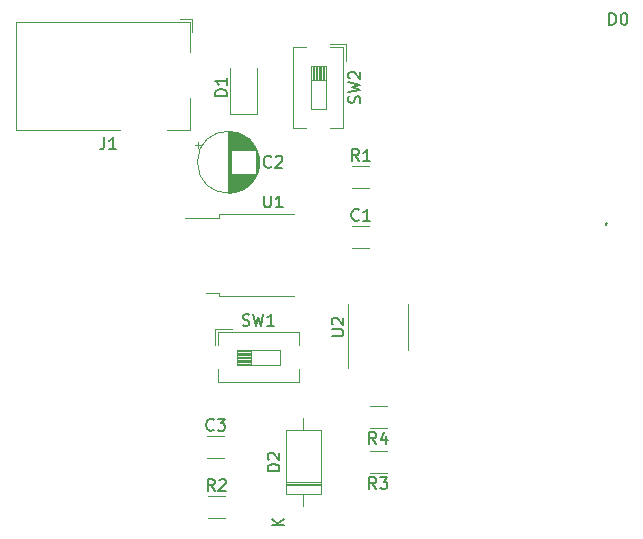
<source format=gbr>
%TF.GenerationSoftware,KiCad,Pcbnew,7.0.10*%
%TF.CreationDate,2024-05-14T13:40:59-04:00*%
%TF.ProjectId,Power PCB,506f7765-7220-4504-9342-2e6b69636164,rev?*%
%TF.SameCoordinates,Original*%
%TF.FileFunction,Legend,Top*%
%TF.FilePolarity,Positive*%
%FSLAX46Y46*%
G04 Gerber Fmt 4.6, Leading zero omitted, Abs format (unit mm)*
G04 Created by KiCad (PCBNEW 7.0.10) date 2024-05-14 13:40:59*
%MOMM*%
%LPD*%
G01*
G04 APERTURE LIST*
%ADD10C,0.150000*%
%ADD11C,0.120000*%
G04 APERTURE END LIST*
D10*
X142073333Y-102604819D02*
X141740000Y-102128628D01*
X141501905Y-102604819D02*
X141501905Y-101604819D01*
X141501905Y-101604819D02*
X141882857Y-101604819D01*
X141882857Y-101604819D02*
X141978095Y-101652438D01*
X141978095Y-101652438D02*
X142025714Y-101700057D01*
X142025714Y-101700057D02*
X142073333Y-101795295D01*
X142073333Y-101795295D02*
X142073333Y-101938152D01*
X142073333Y-101938152D02*
X142025714Y-102033390D01*
X142025714Y-102033390D02*
X141978095Y-102081009D01*
X141978095Y-102081009D02*
X141882857Y-102128628D01*
X141882857Y-102128628D02*
X141501905Y-102128628D01*
X142406667Y-101604819D02*
X143025714Y-101604819D01*
X143025714Y-101604819D02*
X142692381Y-101985771D01*
X142692381Y-101985771D02*
X142835238Y-101985771D01*
X142835238Y-101985771D02*
X142930476Y-102033390D01*
X142930476Y-102033390D02*
X142978095Y-102081009D01*
X142978095Y-102081009D02*
X143025714Y-102176247D01*
X143025714Y-102176247D02*
X143025714Y-102414342D01*
X143025714Y-102414342D02*
X142978095Y-102509580D01*
X142978095Y-102509580D02*
X142930476Y-102557200D01*
X142930476Y-102557200D02*
X142835238Y-102604819D01*
X142835238Y-102604819D02*
X142549524Y-102604819D01*
X142549524Y-102604819D02*
X142454286Y-102557200D01*
X142454286Y-102557200D02*
X142406667Y-102509580D01*
X161544000Y-80115580D02*
X161591619Y-80163200D01*
X161591619Y-80163200D02*
X161544000Y-80210819D01*
X161544000Y-80210819D02*
X161496381Y-80163200D01*
X161496381Y-80163200D02*
X161544000Y-80115580D01*
X161544000Y-80115580D02*
X161544000Y-80210819D01*
X161821905Y-63319819D02*
X161821905Y-62319819D01*
X161821905Y-62319819D02*
X162060000Y-62319819D01*
X162060000Y-62319819D02*
X162202857Y-62367438D01*
X162202857Y-62367438D02*
X162298095Y-62462676D01*
X162298095Y-62462676D02*
X162345714Y-62557914D01*
X162345714Y-62557914D02*
X162393333Y-62748390D01*
X162393333Y-62748390D02*
X162393333Y-62891247D01*
X162393333Y-62891247D02*
X162345714Y-63081723D01*
X162345714Y-63081723D02*
X162298095Y-63176961D01*
X162298095Y-63176961D02*
X162202857Y-63272200D01*
X162202857Y-63272200D02*
X162060000Y-63319819D01*
X162060000Y-63319819D02*
X161821905Y-63319819D01*
X163012381Y-62319819D02*
X163107619Y-62319819D01*
X163107619Y-62319819D02*
X163202857Y-62367438D01*
X163202857Y-62367438D02*
X163250476Y-62415057D01*
X163250476Y-62415057D02*
X163298095Y-62510295D01*
X163298095Y-62510295D02*
X163345714Y-62700771D01*
X163345714Y-62700771D02*
X163345714Y-62938866D01*
X163345714Y-62938866D02*
X163298095Y-63129342D01*
X163298095Y-63129342D02*
X163250476Y-63224580D01*
X163250476Y-63224580D02*
X163202857Y-63272200D01*
X163202857Y-63272200D02*
X163107619Y-63319819D01*
X163107619Y-63319819D02*
X163012381Y-63319819D01*
X163012381Y-63319819D02*
X162917143Y-63272200D01*
X162917143Y-63272200D02*
X162869524Y-63224580D01*
X162869524Y-63224580D02*
X162821905Y-63129342D01*
X162821905Y-63129342D02*
X162774286Y-62938866D01*
X162774286Y-62938866D02*
X162774286Y-62700771D01*
X162774286Y-62700771D02*
X162821905Y-62510295D01*
X162821905Y-62510295D02*
X162869524Y-62415057D01*
X162869524Y-62415057D02*
X162917143Y-62367438D01*
X162917143Y-62367438D02*
X163012381Y-62319819D01*
X142073333Y-98794819D02*
X141740000Y-98318628D01*
X141501905Y-98794819D02*
X141501905Y-97794819D01*
X141501905Y-97794819D02*
X141882857Y-97794819D01*
X141882857Y-97794819D02*
X141978095Y-97842438D01*
X141978095Y-97842438D02*
X142025714Y-97890057D01*
X142025714Y-97890057D02*
X142073333Y-97985295D01*
X142073333Y-97985295D02*
X142073333Y-98128152D01*
X142073333Y-98128152D02*
X142025714Y-98223390D01*
X142025714Y-98223390D02*
X141978095Y-98271009D01*
X141978095Y-98271009D02*
X141882857Y-98318628D01*
X141882857Y-98318628D02*
X141501905Y-98318628D01*
X142930476Y-98128152D02*
X142930476Y-98794819D01*
X142692381Y-97747200D02*
X142454286Y-98461485D01*
X142454286Y-98461485D02*
X143073333Y-98461485D01*
X130756667Y-88737200D02*
X130899524Y-88784819D01*
X130899524Y-88784819D02*
X131137619Y-88784819D01*
X131137619Y-88784819D02*
X131232857Y-88737200D01*
X131232857Y-88737200D02*
X131280476Y-88689580D01*
X131280476Y-88689580D02*
X131328095Y-88594342D01*
X131328095Y-88594342D02*
X131328095Y-88499104D01*
X131328095Y-88499104D02*
X131280476Y-88403866D01*
X131280476Y-88403866D02*
X131232857Y-88356247D01*
X131232857Y-88356247D02*
X131137619Y-88308628D01*
X131137619Y-88308628D02*
X130947143Y-88261009D01*
X130947143Y-88261009D02*
X130851905Y-88213390D01*
X130851905Y-88213390D02*
X130804286Y-88165771D01*
X130804286Y-88165771D02*
X130756667Y-88070533D01*
X130756667Y-88070533D02*
X130756667Y-87975295D01*
X130756667Y-87975295D02*
X130804286Y-87880057D01*
X130804286Y-87880057D02*
X130851905Y-87832438D01*
X130851905Y-87832438D02*
X130947143Y-87784819D01*
X130947143Y-87784819D02*
X131185238Y-87784819D01*
X131185238Y-87784819D02*
X131328095Y-87832438D01*
X131661429Y-87784819D02*
X131899524Y-88784819D01*
X131899524Y-88784819D02*
X132090000Y-88070533D01*
X132090000Y-88070533D02*
X132280476Y-88784819D01*
X132280476Y-88784819D02*
X132518572Y-87784819D01*
X133423333Y-88784819D02*
X132851905Y-88784819D01*
X133137619Y-88784819D02*
X133137619Y-87784819D01*
X133137619Y-87784819D02*
X133042381Y-87927676D01*
X133042381Y-87927676D02*
X132947143Y-88022914D01*
X132947143Y-88022914D02*
X132851905Y-88070533D01*
X132588095Y-77759819D02*
X132588095Y-78569342D01*
X132588095Y-78569342D02*
X132635714Y-78664580D01*
X132635714Y-78664580D02*
X132683333Y-78712200D01*
X132683333Y-78712200D02*
X132778571Y-78759819D01*
X132778571Y-78759819D02*
X132969047Y-78759819D01*
X132969047Y-78759819D02*
X133064285Y-78712200D01*
X133064285Y-78712200D02*
X133111904Y-78664580D01*
X133111904Y-78664580D02*
X133159523Y-78569342D01*
X133159523Y-78569342D02*
X133159523Y-77759819D01*
X134159523Y-78759819D02*
X133588095Y-78759819D01*
X133873809Y-78759819D02*
X133873809Y-77759819D01*
X133873809Y-77759819D02*
X133778571Y-77902676D01*
X133778571Y-77902676D02*
X133683333Y-77997914D01*
X133683333Y-77997914D02*
X133588095Y-78045533D01*
X138294819Y-89661904D02*
X139104342Y-89661904D01*
X139104342Y-89661904D02*
X139199580Y-89614285D01*
X139199580Y-89614285D02*
X139247200Y-89566666D01*
X139247200Y-89566666D02*
X139294819Y-89471428D01*
X139294819Y-89471428D02*
X139294819Y-89280952D01*
X139294819Y-89280952D02*
X139247200Y-89185714D01*
X139247200Y-89185714D02*
X139199580Y-89138095D01*
X139199580Y-89138095D02*
X139104342Y-89090476D01*
X139104342Y-89090476D02*
X138294819Y-89090476D01*
X138390057Y-88661904D02*
X138342438Y-88614285D01*
X138342438Y-88614285D02*
X138294819Y-88519047D01*
X138294819Y-88519047D02*
X138294819Y-88280952D01*
X138294819Y-88280952D02*
X138342438Y-88185714D01*
X138342438Y-88185714D02*
X138390057Y-88138095D01*
X138390057Y-88138095D02*
X138485295Y-88090476D01*
X138485295Y-88090476D02*
X138580533Y-88090476D01*
X138580533Y-88090476D02*
X138723390Y-88138095D01*
X138723390Y-88138095D02*
X139294819Y-88709523D01*
X139294819Y-88709523D02*
X139294819Y-88090476D01*
X140598333Y-79789580D02*
X140550714Y-79837200D01*
X140550714Y-79837200D02*
X140407857Y-79884819D01*
X140407857Y-79884819D02*
X140312619Y-79884819D01*
X140312619Y-79884819D02*
X140169762Y-79837200D01*
X140169762Y-79837200D02*
X140074524Y-79741961D01*
X140074524Y-79741961D02*
X140026905Y-79646723D01*
X140026905Y-79646723D02*
X139979286Y-79456247D01*
X139979286Y-79456247D02*
X139979286Y-79313390D01*
X139979286Y-79313390D02*
X140026905Y-79122914D01*
X140026905Y-79122914D02*
X140074524Y-79027676D01*
X140074524Y-79027676D02*
X140169762Y-78932438D01*
X140169762Y-78932438D02*
X140312619Y-78884819D01*
X140312619Y-78884819D02*
X140407857Y-78884819D01*
X140407857Y-78884819D02*
X140550714Y-78932438D01*
X140550714Y-78932438D02*
X140598333Y-78980057D01*
X141550714Y-79884819D02*
X140979286Y-79884819D01*
X141265000Y-79884819D02*
X141265000Y-78884819D01*
X141265000Y-78884819D02*
X141169762Y-79027676D01*
X141169762Y-79027676D02*
X141074524Y-79122914D01*
X141074524Y-79122914D02*
X140979286Y-79170533D01*
X128308333Y-97569580D02*
X128260714Y-97617200D01*
X128260714Y-97617200D02*
X128117857Y-97664819D01*
X128117857Y-97664819D02*
X128022619Y-97664819D01*
X128022619Y-97664819D02*
X127879762Y-97617200D01*
X127879762Y-97617200D02*
X127784524Y-97521961D01*
X127784524Y-97521961D02*
X127736905Y-97426723D01*
X127736905Y-97426723D02*
X127689286Y-97236247D01*
X127689286Y-97236247D02*
X127689286Y-97093390D01*
X127689286Y-97093390D02*
X127736905Y-96902914D01*
X127736905Y-96902914D02*
X127784524Y-96807676D01*
X127784524Y-96807676D02*
X127879762Y-96712438D01*
X127879762Y-96712438D02*
X128022619Y-96664819D01*
X128022619Y-96664819D02*
X128117857Y-96664819D01*
X128117857Y-96664819D02*
X128260714Y-96712438D01*
X128260714Y-96712438D02*
X128308333Y-96760057D01*
X128641667Y-96664819D02*
X129260714Y-96664819D01*
X129260714Y-96664819D02*
X128927381Y-97045771D01*
X128927381Y-97045771D02*
X129070238Y-97045771D01*
X129070238Y-97045771D02*
X129165476Y-97093390D01*
X129165476Y-97093390D02*
X129213095Y-97141009D01*
X129213095Y-97141009D02*
X129260714Y-97236247D01*
X129260714Y-97236247D02*
X129260714Y-97474342D01*
X129260714Y-97474342D02*
X129213095Y-97569580D01*
X129213095Y-97569580D02*
X129165476Y-97617200D01*
X129165476Y-97617200D02*
X129070238Y-97664819D01*
X129070238Y-97664819D02*
X128784524Y-97664819D01*
X128784524Y-97664819D02*
X128689286Y-97617200D01*
X128689286Y-97617200D02*
X128641667Y-97569580D01*
X129444819Y-69318094D02*
X128444819Y-69318094D01*
X128444819Y-69318094D02*
X128444819Y-69079999D01*
X128444819Y-69079999D02*
X128492438Y-68937142D01*
X128492438Y-68937142D02*
X128587676Y-68841904D01*
X128587676Y-68841904D02*
X128682914Y-68794285D01*
X128682914Y-68794285D02*
X128873390Y-68746666D01*
X128873390Y-68746666D02*
X129016247Y-68746666D01*
X129016247Y-68746666D02*
X129206723Y-68794285D01*
X129206723Y-68794285D02*
X129301961Y-68841904D01*
X129301961Y-68841904D02*
X129397200Y-68937142D01*
X129397200Y-68937142D02*
X129444819Y-69079999D01*
X129444819Y-69079999D02*
X129444819Y-69318094D01*
X129444819Y-67794285D02*
X129444819Y-68365713D01*
X129444819Y-68079999D02*
X128444819Y-68079999D01*
X128444819Y-68079999D02*
X128587676Y-68175237D01*
X128587676Y-68175237D02*
X128682914Y-68270475D01*
X128682914Y-68270475D02*
X128730533Y-68365713D01*
X119046666Y-72827319D02*
X119046666Y-73541604D01*
X119046666Y-73541604D02*
X118999047Y-73684461D01*
X118999047Y-73684461D02*
X118903809Y-73779700D01*
X118903809Y-73779700D02*
X118760952Y-73827319D01*
X118760952Y-73827319D02*
X118665714Y-73827319D01*
X120046666Y-73827319D02*
X119475238Y-73827319D01*
X119760952Y-73827319D02*
X119760952Y-72827319D01*
X119760952Y-72827319D02*
X119665714Y-72970176D01*
X119665714Y-72970176D02*
X119570476Y-73065414D01*
X119570476Y-73065414D02*
X119475238Y-73113033D01*
X140677200Y-69923332D02*
X140724819Y-69780475D01*
X140724819Y-69780475D02*
X140724819Y-69542380D01*
X140724819Y-69542380D02*
X140677200Y-69447142D01*
X140677200Y-69447142D02*
X140629580Y-69399523D01*
X140629580Y-69399523D02*
X140534342Y-69351904D01*
X140534342Y-69351904D02*
X140439104Y-69351904D01*
X140439104Y-69351904D02*
X140343866Y-69399523D01*
X140343866Y-69399523D02*
X140296247Y-69447142D01*
X140296247Y-69447142D02*
X140248628Y-69542380D01*
X140248628Y-69542380D02*
X140201009Y-69732856D01*
X140201009Y-69732856D02*
X140153390Y-69828094D01*
X140153390Y-69828094D02*
X140105771Y-69875713D01*
X140105771Y-69875713D02*
X140010533Y-69923332D01*
X140010533Y-69923332D02*
X139915295Y-69923332D01*
X139915295Y-69923332D02*
X139820057Y-69875713D01*
X139820057Y-69875713D02*
X139772438Y-69828094D01*
X139772438Y-69828094D02*
X139724819Y-69732856D01*
X139724819Y-69732856D02*
X139724819Y-69494761D01*
X139724819Y-69494761D02*
X139772438Y-69351904D01*
X139724819Y-69018570D02*
X140724819Y-68780475D01*
X140724819Y-68780475D02*
X140010533Y-68589999D01*
X140010533Y-68589999D02*
X140724819Y-68399523D01*
X140724819Y-68399523D02*
X139724819Y-68161428D01*
X139820057Y-67828094D02*
X139772438Y-67780475D01*
X139772438Y-67780475D02*
X139724819Y-67685237D01*
X139724819Y-67685237D02*
X139724819Y-67447142D01*
X139724819Y-67447142D02*
X139772438Y-67351904D01*
X139772438Y-67351904D02*
X139820057Y-67304285D01*
X139820057Y-67304285D02*
X139915295Y-67256666D01*
X139915295Y-67256666D02*
X140010533Y-67256666D01*
X140010533Y-67256666D02*
X140153390Y-67304285D01*
X140153390Y-67304285D02*
X140724819Y-67875713D01*
X140724819Y-67875713D02*
X140724819Y-67256666D01*
X128383333Y-102774819D02*
X128050000Y-102298628D01*
X127811905Y-102774819D02*
X127811905Y-101774819D01*
X127811905Y-101774819D02*
X128192857Y-101774819D01*
X128192857Y-101774819D02*
X128288095Y-101822438D01*
X128288095Y-101822438D02*
X128335714Y-101870057D01*
X128335714Y-101870057D02*
X128383333Y-101965295D01*
X128383333Y-101965295D02*
X128383333Y-102108152D01*
X128383333Y-102108152D02*
X128335714Y-102203390D01*
X128335714Y-102203390D02*
X128288095Y-102251009D01*
X128288095Y-102251009D02*
X128192857Y-102298628D01*
X128192857Y-102298628D02*
X127811905Y-102298628D01*
X128764286Y-101870057D02*
X128811905Y-101822438D01*
X128811905Y-101822438D02*
X128907143Y-101774819D01*
X128907143Y-101774819D02*
X129145238Y-101774819D01*
X129145238Y-101774819D02*
X129240476Y-101822438D01*
X129240476Y-101822438D02*
X129288095Y-101870057D01*
X129288095Y-101870057D02*
X129335714Y-101965295D01*
X129335714Y-101965295D02*
X129335714Y-102060533D01*
X129335714Y-102060533D02*
X129288095Y-102203390D01*
X129288095Y-102203390D02*
X128716667Y-102774819D01*
X128716667Y-102774819D02*
X129335714Y-102774819D01*
X133183333Y-75289580D02*
X133135714Y-75337200D01*
X133135714Y-75337200D02*
X132992857Y-75384819D01*
X132992857Y-75384819D02*
X132897619Y-75384819D01*
X132897619Y-75384819D02*
X132754762Y-75337200D01*
X132754762Y-75337200D02*
X132659524Y-75241961D01*
X132659524Y-75241961D02*
X132611905Y-75146723D01*
X132611905Y-75146723D02*
X132564286Y-74956247D01*
X132564286Y-74956247D02*
X132564286Y-74813390D01*
X132564286Y-74813390D02*
X132611905Y-74622914D01*
X132611905Y-74622914D02*
X132659524Y-74527676D01*
X132659524Y-74527676D02*
X132754762Y-74432438D01*
X132754762Y-74432438D02*
X132897619Y-74384819D01*
X132897619Y-74384819D02*
X132992857Y-74384819D01*
X132992857Y-74384819D02*
X133135714Y-74432438D01*
X133135714Y-74432438D02*
X133183333Y-74480057D01*
X133564286Y-74480057D02*
X133611905Y-74432438D01*
X133611905Y-74432438D02*
X133707143Y-74384819D01*
X133707143Y-74384819D02*
X133945238Y-74384819D01*
X133945238Y-74384819D02*
X134040476Y-74432438D01*
X134040476Y-74432438D02*
X134088095Y-74480057D01*
X134088095Y-74480057D02*
X134135714Y-74575295D01*
X134135714Y-74575295D02*
X134135714Y-74670533D01*
X134135714Y-74670533D02*
X134088095Y-74813390D01*
X134088095Y-74813390D02*
X133516667Y-75384819D01*
X133516667Y-75384819D02*
X134135714Y-75384819D01*
X140610833Y-74834819D02*
X140277500Y-74358628D01*
X140039405Y-74834819D02*
X140039405Y-73834819D01*
X140039405Y-73834819D02*
X140420357Y-73834819D01*
X140420357Y-73834819D02*
X140515595Y-73882438D01*
X140515595Y-73882438D02*
X140563214Y-73930057D01*
X140563214Y-73930057D02*
X140610833Y-74025295D01*
X140610833Y-74025295D02*
X140610833Y-74168152D01*
X140610833Y-74168152D02*
X140563214Y-74263390D01*
X140563214Y-74263390D02*
X140515595Y-74311009D01*
X140515595Y-74311009D02*
X140420357Y-74358628D01*
X140420357Y-74358628D02*
X140039405Y-74358628D01*
X141563214Y-74834819D02*
X140991786Y-74834819D01*
X141277500Y-74834819D02*
X141277500Y-73834819D01*
X141277500Y-73834819D02*
X141182262Y-73977676D01*
X141182262Y-73977676D02*
X141087024Y-74072914D01*
X141087024Y-74072914D02*
X140991786Y-74120533D01*
X133874819Y-101068094D02*
X132874819Y-101068094D01*
X132874819Y-101068094D02*
X132874819Y-100829999D01*
X132874819Y-100829999D02*
X132922438Y-100687142D01*
X132922438Y-100687142D02*
X133017676Y-100591904D01*
X133017676Y-100591904D02*
X133112914Y-100544285D01*
X133112914Y-100544285D02*
X133303390Y-100496666D01*
X133303390Y-100496666D02*
X133446247Y-100496666D01*
X133446247Y-100496666D02*
X133636723Y-100544285D01*
X133636723Y-100544285D02*
X133731961Y-100591904D01*
X133731961Y-100591904D02*
X133827200Y-100687142D01*
X133827200Y-100687142D02*
X133874819Y-100829999D01*
X133874819Y-100829999D02*
X133874819Y-101068094D01*
X132970057Y-100115713D02*
X132922438Y-100068094D01*
X132922438Y-100068094D02*
X132874819Y-99972856D01*
X132874819Y-99972856D02*
X132874819Y-99734761D01*
X132874819Y-99734761D02*
X132922438Y-99639523D01*
X132922438Y-99639523D02*
X132970057Y-99591904D01*
X132970057Y-99591904D02*
X133065295Y-99544285D01*
X133065295Y-99544285D02*
X133160533Y-99544285D01*
X133160533Y-99544285D02*
X133303390Y-99591904D01*
X133303390Y-99591904D02*
X133874819Y-100163332D01*
X133874819Y-100163332D02*
X133874819Y-99544285D01*
X134244819Y-105671904D02*
X133244819Y-105671904D01*
X134244819Y-105100476D02*
X133673390Y-105529047D01*
X133244819Y-105100476D02*
X133816247Y-105671904D01*
D11*
%TO.C,R3*%
X142967064Y-101240000D02*
X141512936Y-101240000D01*
X142967064Y-99420000D02*
X141512936Y-99420000D01*
%TO.C,R4*%
X142967064Y-97430000D02*
X141512936Y-97430000D01*
X142967064Y-95610000D02*
X141512936Y-95610000D01*
%TO.C,SW1*%
X128440000Y-89090000D02*
X128440000Y-90400000D01*
X128440000Y-89090000D02*
X129823000Y-89090000D01*
X128680000Y-89330000D02*
X128680000Y-90400000D01*
X128680000Y-89330000D02*
X135501000Y-89330000D01*
X128680000Y-92480000D02*
X128680000Y-93550000D01*
X128680000Y-93550000D02*
X135501000Y-93550000D01*
X130280000Y-90805000D02*
X130280000Y-92075000D01*
X130280000Y-90925000D02*
X131486667Y-90925000D01*
X130280000Y-91045000D02*
X131486667Y-91045000D01*
X130280000Y-91165000D02*
X131486667Y-91165000D01*
X130280000Y-91285000D02*
X131486667Y-91285000D01*
X130280000Y-91405000D02*
X131486667Y-91405000D01*
X130280000Y-91525000D02*
X131486667Y-91525000D01*
X130280000Y-91645000D02*
X131486667Y-91645000D01*
X130280000Y-91765000D02*
X131486667Y-91765000D01*
X130280000Y-91885000D02*
X131486667Y-91885000D01*
X130280000Y-92005000D02*
X131486667Y-92005000D01*
X130280000Y-92075000D02*
X133900000Y-92075000D01*
X131486667Y-90805000D02*
X131486667Y-92075000D01*
X133900000Y-90805000D02*
X130280000Y-90805000D01*
X133900000Y-92075000D02*
X133900000Y-90805000D01*
X135501000Y-89330000D02*
X135501000Y-90450000D01*
X135501000Y-92430000D02*
X135501000Y-93550000D01*
%TO.C,U1*%
X128730000Y-79355000D02*
X128730000Y-79625000D01*
X128730000Y-79625000D02*
X125900000Y-79625000D01*
X128730000Y-85985000D02*
X127630000Y-85985000D01*
X128730000Y-86255000D02*
X128730000Y-85985000D01*
X135150000Y-79355000D02*
X128730000Y-79355000D01*
X135150000Y-86255000D02*
X128730000Y-86255000D01*
%TO.C,U2*%
X139680000Y-88900000D02*
X139680000Y-92350000D01*
X139680000Y-88900000D02*
X139680000Y-86950000D01*
X144800000Y-88900000D02*
X144800000Y-90850000D01*
X144800000Y-88900000D02*
X144800000Y-86950000D01*
%TO.C,C1*%
X140053748Y-80370000D02*
X141476252Y-80370000D01*
X140053748Y-82190000D02*
X141476252Y-82190000D01*
%TO.C,C3*%
X127763748Y-98150000D02*
X129186252Y-98150000D01*
X127763748Y-99970000D02*
X129186252Y-99970000D01*
%TO.C,D1*%
X129675000Y-70865000D02*
X131945000Y-70865000D01*
X131945000Y-70865000D02*
X131945000Y-66980000D01*
X129675000Y-66980000D02*
X129675000Y-70865000D01*
%TO.C,J1*%
X111580000Y-63022500D02*
X126280000Y-63022500D01*
X111580000Y-72222500D02*
X111580000Y-63022500D01*
X120380000Y-72222500D02*
X111580000Y-72222500D01*
X125430000Y-62822500D02*
X126480000Y-62822500D01*
X126280000Y-63022500D02*
X126280000Y-65622500D01*
X126280000Y-69522500D02*
X126280000Y-72222500D01*
X126280000Y-72222500D02*
X124380000Y-72222500D01*
X126480000Y-63872500D02*
X126480000Y-62822500D01*
%TO.C,SW2*%
X139510000Y-64940000D02*
X138200000Y-64940000D01*
X139510000Y-64940000D02*
X139510000Y-66323000D01*
X139270000Y-65180000D02*
X138200000Y-65180000D01*
X139270000Y-65180000D02*
X139270000Y-72001000D01*
X136120000Y-65180000D02*
X135050000Y-65180000D01*
X135050000Y-65180000D02*
X135050000Y-72001000D01*
X137795000Y-66780000D02*
X136525000Y-66780000D01*
X137675000Y-66780000D02*
X137675000Y-67986667D01*
X137555000Y-66780000D02*
X137555000Y-67986667D01*
X137435000Y-66780000D02*
X137435000Y-67986667D01*
X137315000Y-66780000D02*
X137315000Y-67986667D01*
X137195000Y-66780000D02*
X137195000Y-67986667D01*
X137075000Y-66780000D02*
X137075000Y-67986667D01*
X136955000Y-66780000D02*
X136955000Y-67986667D01*
X136835000Y-66780000D02*
X136835000Y-67986667D01*
X136715000Y-66780000D02*
X136715000Y-67986667D01*
X136595000Y-66780000D02*
X136595000Y-67986667D01*
X136525000Y-66780000D02*
X136525000Y-70400000D01*
X137795000Y-67986667D02*
X136525000Y-67986667D01*
X137795000Y-70400000D02*
X137795000Y-66780000D01*
X136525000Y-70400000D02*
X137795000Y-70400000D01*
X139270000Y-72001000D02*
X138150000Y-72001000D01*
X136170000Y-72001000D02*
X135050000Y-72001000D01*
%TO.C,R2*%
X127822936Y-103230000D02*
X129277064Y-103230000D01*
X127822936Y-105050000D02*
X129277064Y-105050000D01*
%TO.C,C2*%
X126755225Y-73455000D02*
X127255225Y-73455000D01*
X127005225Y-73205000D02*
X127005225Y-73705000D01*
X129560000Y-72350000D02*
X129560000Y-77510000D01*
X129600000Y-72350000D02*
X129600000Y-77510000D01*
X129640000Y-72351000D02*
X129640000Y-77509000D01*
X129680000Y-72352000D02*
X129680000Y-77508000D01*
X129720000Y-72354000D02*
X129720000Y-77506000D01*
X129760000Y-72357000D02*
X129760000Y-77503000D01*
X129800000Y-72361000D02*
X129800000Y-73890000D01*
X129800000Y-75970000D02*
X129800000Y-77499000D01*
X129840000Y-72365000D02*
X129840000Y-73890000D01*
X129840000Y-75970000D02*
X129840000Y-77495000D01*
X129880000Y-72369000D02*
X129880000Y-73890000D01*
X129880000Y-75970000D02*
X129880000Y-77491000D01*
X129920000Y-72374000D02*
X129920000Y-73890000D01*
X129920000Y-75970000D02*
X129920000Y-77486000D01*
X129960000Y-72380000D02*
X129960000Y-73890000D01*
X129960000Y-75970000D02*
X129960000Y-77480000D01*
X130000000Y-72387000D02*
X130000000Y-73890000D01*
X130000000Y-75970000D02*
X130000000Y-77473000D01*
X130040000Y-72394000D02*
X130040000Y-73890000D01*
X130040000Y-75970000D02*
X130040000Y-77466000D01*
X130080000Y-72402000D02*
X130080000Y-73890000D01*
X130080000Y-75970000D02*
X130080000Y-77458000D01*
X130120000Y-72410000D02*
X130120000Y-73890000D01*
X130120000Y-75970000D02*
X130120000Y-77450000D01*
X130160000Y-72419000D02*
X130160000Y-73890000D01*
X130160000Y-75970000D02*
X130160000Y-77441000D01*
X130200000Y-72429000D02*
X130200000Y-73890000D01*
X130200000Y-75970000D02*
X130200000Y-77431000D01*
X130240000Y-72439000D02*
X130240000Y-73890000D01*
X130240000Y-75970000D02*
X130240000Y-77421000D01*
X130281000Y-72450000D02*
X130281000Y-73890000D01*
X130281000Y-75970000D02*
X130281000Y-77410000D01*
X130321000Y-72462000D02*
X130321000Y-73890000D01*
X130321000Y-75970000D02*
X130321000Y-77398000D01*
X130361000Y-72475000D02*
X130361000Y-73890000D01*
X130361000Y-75970000D02*
X130361000Y-77385000D01*
X130401000Y-72488000D02*
X130401000Y-73890000D01*
X130401000Y-75970000D02*
X130401000Y-77372000D01*
X130441000Y-72502000D02*
X130441000Y-73890000D01*
X130441000Y-75970000D02*
X130441000Y-77358000D01*
X130481000Y-72516000D02*
X130481000Y-73890000D01*
X130481000Y-75970000D02*
X130481000Y-77344000D01*
X130521000Y-72532000D02*
X130521000Y-73890000D01*
X130521000Y-75970000D02*
X130521000Y-77328000D01*
X130561000Y-72548000D02*
X130561000Y-73890000D01*
X130561000Y-75970000D02*
X130561000Y-77312000D01*
X130601000Y-72565000D02*
X130601000Y-73890000D01*
X130601000Y-75970000D02*
X130601000Y-77295000D01*
X130641000Y-72582000D02*
X130641000Y-73890000D01*
X130641000Y-75970000D02*
X130641000Y-77278000D01*
X130681000Y-72601000D02*
X130681000Y-73890000D01*
X130681000Y-75970000D02*
X130681000Y-77259000D01*
X130721000Y-72620000D02*
X130721000Y-73890000D01*
X130721000Y-75970000D02*
X130721000Y-77240000D01*
X130761000Y-72640000D02*
X130761000Y-73890000D01*
X130761000Y-75970000D02*
X130761000Y-77220000D01*
X130801000Y-72662000D02*
X130801000Y-73890000D01*
X130801000Y-75970000D02*
X130801000Y-77198000D01*
X130841000Y-72683000D02*
X130841000Y-73890000D01*
X130841000Y-75970000D02*
X130841000Y-77177000D01*
X130881000Y-72706000D02*
X130881000Y-73890000D01*
X130881000Y-75970000D02*
X130881000Y-77154000D01*
X130921000Y-72730000D02*
X130921000Y-73890000D01*
X130921000Y-75970000D02*
X130921000Y-77130000D01*
X130961000Y-72755000D02*
X130961000Y-73890000D01*
X130961000Y-75970000D02*
X130961000Y-77105000D01*
X131001000Y-72781000D02*
X131001000Y-73890000D01*
X131001000Y-75970000D02*
X131001000Y-77079000D01*
X131041000Y-72808000D02*
X131041000Y-73890000D01*
X131041000Y-75970000D02*
X131041000Y-77052000D01*
X131081000Y-72835000D02*
X131081000Y-73890000D01*
X131081000Y-75970000D02*
X131081000Y-77025000D01*
X131121000Y-72865000D02*
X131121000Y-73890000D01*
X131121000Y-75970000D02*
X131121000Y-76995000D01*
X131161000Y-72895000D02*
X131161000Y-73890000D01*
X131161000Y-75970000D02*
X131161000Y-76965000D01*
X131201000Y-72926000D02*
X131201000Y-73890000D01*
X131201000Y-75970000D02*
X131201000Y-76934000D01*
X131241000Y-72959000D02*
X131241000Y-73890000D01*
X131241000Y-75970000D02*
X131241000Y-76901000D01*
X131281000Y-72993000D02*
X131281000Y-73890000D01*
X131281000Y-75970000D02*
X131281000Y-76867000D01*
X131321000Y-73029000D02*
X131321000Y-73890000D01*
X131321000Y-75970000D02*
X131321000Y-76831000D01*
X131361000Y-73066000D02*
X131361000Y-73890000D01*
X131361000Y-75970000D02*
X131361000Y-76794000D01*
X131401000Y-73104000D02*
X131401000Y-73890000D01*
X131401000Y-75970000D02*
X131401000Y-76756000D01*
X131441000Y-73145000D02*
X131441000Y-73890000D01*
X131441000Y-75970000D02*
X131441000Y-76715000D01*
X131481000Y-73187000D02*
X131481000Y-73890000D01*
X131481000Y-75970000D02*
X131481000Y-76673000D01*
X131521000Y-73231000D02*
X131521000Y-73890000D01*
X131521000Y-75970000D02*
X131521000Y-76629000D01*
X131561000Y-73277000D02*
X131561000Y-73890000D01*
X131561000Y-75970000D02*
X131561000Y-76583000D01*
X131601000Y-73325000D02*
X131601000Y-73890000D01*
X131601000Y-75970000D02*
X131601000Y-76535000D01*
X131641000Y-73376000D02*
X131641000Y-73890000D01*
X131641000Y-75970000D02*
X131641000Y-76484000D01*
X131681000Y-73430000D02*
X131681000Y-73890000D01*
X131681000Y-75970000D02*
X131681000Y-76430000D01*
X131721000Y-73487000D02*
X131721000Y-73890000D01*
X131721000Y-75970000D02*
X131721000Y-76373000D01*
X131761000Y-73547000D02*
X131761000Y-73890000D01*
X131761000Y-75970000D02*
X131761000Y-76313000D01*
X131801000Y-73611000D02*
X131801000Y-73890000D01*
X131801000Y-75970000D02*
X131801000Y-76249000D01*
X131841000Y-73679000D02*
X131841000Y-73890000D01*
X131841000Y-75970000D02*
X131841000Y-76181000D01*
X131881000Y-73752000D02*
X131881000Y-76108000D01*
X131921000Y-73832000D02*
X131921000Y-76028000D01*
X131961000Y-73919000D02*
X131961000Y-75941000D01*
X132001000Y-74015000D02*
X132001000Y-75845000D01*
X132041000Y-74125000D02*
X132041000Y-75735000D01*
X132081000Y-74253000D02*
X132081000Y-75607000D01*
X132121000Y-74412000D02*
X132121000Y-75448000D01*
X132161000Y-74646000D02*
X132161000Y-75214000D01*
X132180000Y-74930000D02*
G75*
G03*
X126940000Y-74930000I-2620000J0D01*
G01*
X126940000Y-74930000D02*
G75*
G03*
X132180000Y-74930000I2620000J0D01*
G01*
%TO.C,R1*%
X140050436Y-75290000D02*
X141504564Y-75290000D01*
X140050436Y-77110000D02*
X141504564Y-77110000D01*
%TO.C,D2*%
X135890000Y-104070000D02*
X135890000Y-103050000D01*
X134420000Y-103050000D02*
X137360000Y-103050000D01*
X137360000Y-103050000D02*
X137360000Y-97610000D01*
X134420000Y-102270000D02*
X137360000Y-102270000D01*
X134420000Y-102150000D02*
X137360000Y-102150000D01*
X134420000Y-102030000D02*
X137360000Y-102030000D01*
X134420000Y-97610000D02*
X134420000Y-103050000D01*
X137360000Y-97610000D02*
X134420000Y-97610000D01*
X135890000Y-96590000D02*
X135890000Y-97610000D01*
%TD*%
M02*

</source>
